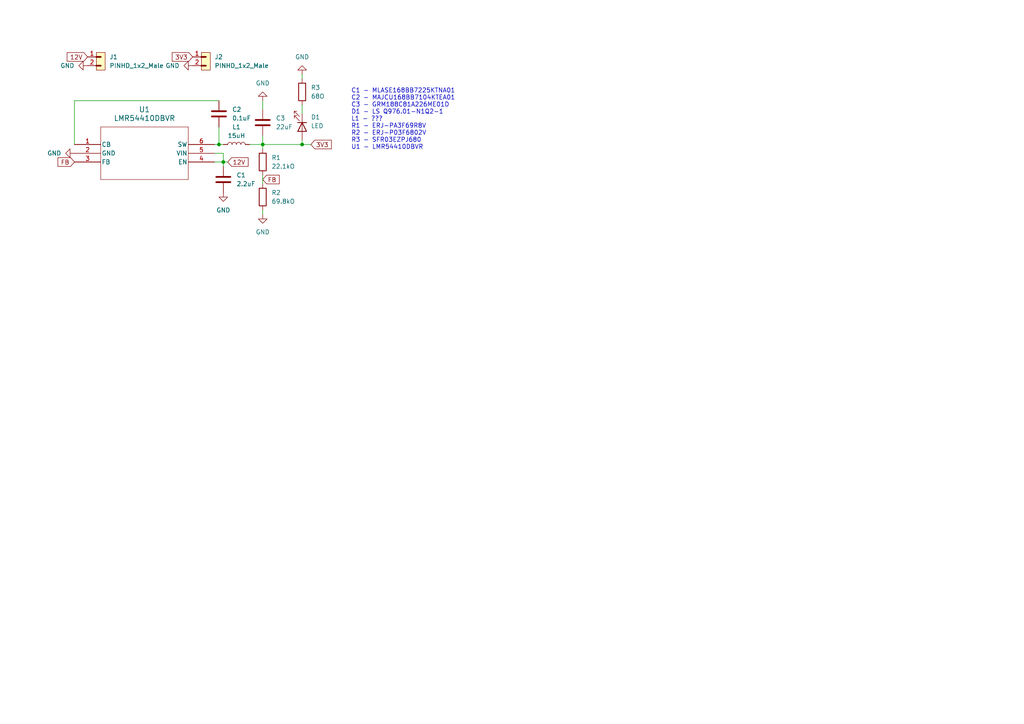
<source format=kicad_sch>
(kicad_sch (version 20250114) (generator "eeschema") (generator_version "9.0")
  (paper "A4")
  (lib_symbols
    (symbol "Device:C" (pin_numbers (hide yes)) (pin_names (offset 0.254))
      (property "Reference" "C" (at 0.635 2.54 0))
      (property "Value" "C" (at 0.635 -2.54 0))
      (symbol "C_0_1"
        (polyline (pts (xy -2.032 0.762) (xy 2.032 0.762)) (stroke (width 0.508)))
        (polyline (pts (xy -2.032 -0.762) (xy 2.032 -0.762)) (stroke (width 0.508)))
      )
      (symbol "C_1_1"
        (pin passive line (at 0 3.81 270) (length 2.794) (name "~") (number "1"))
        (pin passive line (at 0 -3.81 90) (length 2.794) (name "~") (number "2"))
      )
    )
    (symbol "Device:L" (pin_numbers (hide yes)) (pin_names (offset 1.016) (hide yes))
      (property "Reference" "L" (at -1.27 0 90))
      (property "Value" "L" (at 1.905 0 90))
      (symbol "L_0_1"
        (arc (start 0 2.54) (mid 0.6323 1.905) (end 0 1.27))
        (arc (start 0 1.27) (mid 0.6323 0.635) (end 0 0))
        (arc (start 0 0) (mid 0.6323 -0.635) (end 0 -1.27))
        (arc (start 0 -1.27) (mid 0.6323 -1.905) (end 0 -2.54))
      )
      (symbol "L_1_1"
        (pin passive line (at 0 3.81 270) (length 1.27) (name "1") (number "1"))
        (pin passive line (at 0 -3.81 90) (length 1.27) (name "2") (number "2"))
      )
    )
    (symbol "Device:LED" (pin_numbers (hide yes)) (pin_names (offset 1.016) (hide yes))
      (property "Reference" "D" (at 0 2.54 0))
      (property "Value" "LED" (at 0 -2.54 0))
      (symbol "LED_0_1"
        (polyline (pts (xy -3.048 -0.762) (xy -4.572 -2.286) (xy -3.81 -2.286) (xy -4.572 -2.286) (xy -4.572 -1.524)))
        (polyline (pts (xy -1.778 -0.762) (xy -3.302 -2.286) (xy -2.54 -2.286) (xy -3.302 -2.286) (xy -3.302 -1.524)))
        (polyline (pts (xy -1.27 0) (xy 1.27 0)))
        (polyline (pts (xy -1.27 -1.27) (xy -1.27 1.27)) (stroke (width 0.254)))
        (polyline (pts (xy 1.27 -1.27) (xy 1.27 1.27) (xy -1.27 0) (xy 1.27 -1.27)) (stroke (width 0.254)))
      )
      (symbol "LED_1_1"
        (pin passive line (at -3.81 0 0) (length 2.54) (name "K") (number "1"))
        (pin passive line (at 3.81 0 180) (length 2.54) (name "A") (number "2"))
      )
    )
    (symbol "Device:R" (pin_numbers (hide yes)) (pin_names (offset 0))
      (property "Reference" "R" (at 2.032 0 90))
      (property "Value" "R" (at 0 0 90))
      (symbol "R_0_1"
        (rectangle (start -1.016 -2.54) (end 1.016 2.54) (stroke (width 0.254)))
      )
      (symbol "R_1_1"
        (pin passive line (at 0 3.81 270) (length 1.27) (name "~") (number "1"))
        (pin passive line (at 0 -3.81 90) (length 1.27) (name "~") (number "2"))
      )
    )
    (symbol "LMR54410DBVR:LMR54410DBVR" (pin_names (offset 0.254))
      (property "Reference" "U" (at 20.32 10.16 0))
      (property "Value" "LMR54410DBVR" (at 20.32 7.62 0))
      (symbol "LMR54410DBVR_0_1"
        (polyline (pts (xy 7.62 5.08) (xy 7.62 -10.16)) (stroke (width 0.127)))
        (polyline (pts (xy 7.62 -10.16) (xy 33.02 -10.16)) (stroke (width 0.127)))
        (polyline (pts (xy 33.02 5.08) (xy 7.62 5.08)) (stroke (width 0.127)))
        (polyline (pts (xy 33.02 -10.16) (xy 33.02 5.08)) (stroke (width 0.127)))
        (pin power_in line (at 0 0 0) (length 7.62) (name "CB") (number "1"))
        (pin power_out line (at 0 -2.54 0) (length 7.62) (name "GND") (number "2"))
        (pin unspecified line (at 0 -5.08 0) (length 7.62) (name "FB") (number "3"))
        (pin power_in line (at 40.64 0 180) (length 7.62) (name "SW") (number "6"))
        (pin power_in line (at 40.64 -2.54 180) (length 7.62) (name "VIN") (number "5"))
        (pin unspecified line (at 40.64 -5.08 180) (length 7.62) (name "EN") (number "4"))
      )
    )
    (symbol "PCM_SL_Pin_Headers:PINHD_1x2_Male"
      (property "Reference" "J" (at 0 6.35 0))
      (property "Value" "PINHD_1x2_Male" (at 0 3.81 0))
      (symbol "PINHD_1x2_Male_0_1"
        (rectangle (start -1.27 2.54) (end 1.27 -2.54) (fill (type background)))
        (polyline (pts (xy -1.27 1.27) (xy 0 1.27)) (stroke (width 0.3)))
        (polyline (pts (xy -1.27 1.27) (xy 0 1.27)) (stroke (width 0.5)))
        (polyline (pts (xy -1.27 -1.27) (xy 0 -1.27)) (stroke (width 0.3)))
        (polyline (pts (xy -1.27 -1.27) (xy 0 -1.27)) (stroke (width 0.5)))
      )
      (symbol "PINHD_1x2_Male_1_1"
        (pin passive line (at -3.81 1.27 0) (length 2.54) (name "") (number "1"))
        (pin passive line (at -3.81 -1.27 0) (length 2.54) (name "") (number "2"))
      )
    )
    (symbol "power:GND" (power) (pin_numbers (hide yes)) (pin_names (offset 0) (hide yes))
      (property "Value" "GND" (at 0 -3.81 0))
      (symbol "GND_0_1"
        (polyline (pts (xy 0 0) (xy 0 -1.27) (xy 1.27 -1.27) (xy 0 -2.54) (xy -1.27 -1.27) (xy 0 -1.27)))
      )
      (symbol "GND_1_1"
        (pin power_in line (at 0 0 270) (length 0) (name "~") (number "1"))
      )
    )
  )
  (text "C1 - MLASE168BB7225KTNA01\nC2 - MAJCU168BB7104KTEA01\nC3 - GRM188C81A226ME01D\nD1 - LS Q976.01-N1Q2-1\nL1 - ???\nR1 - ERJ-PA3F69R8V\nR2 - ERJ-P03F6802V\nR3 - SFR03EZPJ680\nU1 - LMR54410DBVR" (at 101.854 25.654 0) (effects (font (size 1.27 1.27)) (justify left top)))
  (junction (at 76.2 41.91))
  (junction (at 64.77 46.99))
  (junction (at 87.63 41.91))
  (junction (at 63.5 41.91))
  (wire (pts (xy 64.77 46.99) (xy 64.77 48.26)))
  (wire (pts (xy 62.23 46.99) (xy 64.77 46.99)))
  (wire (pts (xy 64.77 46.99) (xy 66.04 46.99)))
  (wire (pts (xy 87.63 21.59) (xy 87.63 22.86)))
  (wire (pts (xy 87.63 41.91) (xy 76.2 41.91)))
  (wire (pts (xy 76.2 39.37) (xy 76.2 41.91)))
  (wire (pts (xy 87.63 30.48) (xy 87.63 33.02)))
  (wire (pts (xy 90.17 41.91) (xy 87.63 41.91)))
  (wire (pts (xy 62.23 44.45) (xy 64.77 44.45)))
  (wire (pts (xy 76.2 41.91) (xy 76.2 43.18)))
  (wire (pts (xy 63.5 29.21) (xy 21.59 29.21)))
  (wire (pts (xy 76.2 50.8) (xy 76.2 53.34)))
  (wire (pts (xy 62.23 41.91) (xy 63.5 41.91)))
  (wire (pts (xy 76.2 60.96) (xy 76.2 62.23)))
  (wire (pts (xy 87.63 40.64) (xy 87.63 41.91)))
  (wire (pts (xy 64.77 44.45) (xy 64.77 46.99)))
  (wire (pts (xy 72.39 41.91) (xy 76.2 41.91)))
  (wire (pts (xy 76.2 29.21) (xy 76.2 31.75)))
  (wire (pts (xy 63.5 36.83) (xy 63.5 41.91)))
  (wire (pts (xy 21.59 29.21) (xy 21.59 41.91)))
  (wire (pts (xy 63.5 41.91) (xy 64.77 41.91)))
  (global_label "FB" (shape input) (at 76.2 52.07 0) (property "Intersheetrefs" "${INTERSHEET_REFS}" (effects (hide yes))))
  (global_label "FB" (shape input) (at 21.59 46.99 180) (property "Intersheetrefs" "${INTERSHEET_REFS}" (effects (hide yes))))
  (global_label "3V3" (shape input) (at 55.88 16.51 180) (property "Intersheetrefs" "${INTERSHEET_REFS}" (effects (hide yes))))
  (global_label "12V" (shape input) (at 66.04 46.99 0) (property "Intersheetrefs" "${INTERSHEET_REFS}" (effects (hide yes))))
  (global_label "3V3" (shape input) (at 90.17 41.91 0) (property "Intersheetrefs" "${INTERSHEET_REFS}" (effects (hide yes))))
  (global_label "12V" (shape input) (at 25.4 16.51 180) (property "Intersheetrefs" "${INTERSHEET_REFS}" (effects (hide yes))))
  (symbol (lib_id "Device:C") (at 63.5 33.02 0) (unit 1)
    (property "Reference" "C2" (at 67.31 31.7499 0) (effects (justify left)))
    (property "Value" "0.1uF" (at 67.31 34.2899 0) (effects (justify left)))
    (property "Footprint" "Capacitor_SMD:C_0603_1608Metric_Pad1.08x0.95mm_HandSolder" (effects (hide yes)))
    (property "Description" "Unpolarized capacitor" (effects (hide yes)))
  )
  (symbol (lib_id "power:GND") (at 76.2 62.23 0) (unit 1)
    (property "Reference" "#PWR04" (effects (hide yes)))
    (property "Value" "GND" (at 76.2 67.31 0))
    (property "Description" "Power symbol creates a global label with name \"GND\" , ground" (effects (hide yes)))
  )
  (symbol (lib_id "power:GND") (at 55.88 19.05 270) (unit 1)
    (property "Reference" "#PWR06" (effects (hide yes)))
    (property "Value" "GND" (at 52.07 19.0499 90) (effects (justify right)))
    (property "Description" "Power symbol creates a global label with name \"GND\" , ground" (effects (hide yes)))
  )
  (symbol (lib_id "Device:R") (at 87.63 26.67 0) (unit 1)
    (property "Reference" "R3" (at 90.17 25.3999 0) (effects (justify left)))
    (property "Value" "68O" (at 90.17 27.9399 0) (effects (justify left)))
    (property "Footprint" "Resistor_SMD:R_1206_3216Metric_Pad1.30x1.75mm_HandSolder" (effects (hide yes)))
    (property "Description" "Resistor" (effects (hide yes)))
  )
  (symbol (lib_id "PCM_SL_Pin_Headers:PINHD_1x2_Male") (at 29.21 17.78 0) (unit 1)
    (property "Reference" "J1" (at 31.75 16.5099 0) (effects (justify left)))
    (property "Value" "PINHD_1x2_Male" (at 31.75 19.0499 0) (effects (justify left)))
    (property "Footprint" "Connector_PinHeader_2.54mm:PinHeader_1x02_P2.54mm_Vertical" (effects (hide yes)))
    (property "Description" "Pin Header male with pin space 2.54mm. Pin Count -2" (effects (hide yes)))
  )
  (symbol (lib_id "power:GND") (at 64.77 55.88 0) (unit 1)
    (property "Reference" "#PWR03" (effects (hide yes)))
    (property "Value" "GND" (at 64.77 60.96 0))
    (property "Description" "Power symbol creates a global label with name \"GND\" , ground" (effects (hide yes)))
  )
  (symbol (lib_id "power:GND") (at 87.63 21.59 180) (unit 1)
    (property "Reference" "#PWR07" (effects (hide yes)))
    (property "Value" "GND" (at 87.63 16.51 0))
    (property "Description" "Power symbol creates a global label with name \"GND\" , ground" (effects (hide yes)))
  )
  (symbol (lib_id "LMR54410DBVR:LMR54410DBVR") (at 21.59 41.91 0) (unit 1)
    (property "Reference" "U1" (at 41.91 31.75 0) (effects (font (size 1.524 1.524))))
    (property "Value" "LMR54410DBVR" (at 41.91 34.29 0) (effects (font (size 1.524 1.524))))
    (property "Footprint" "SOT-23-6-DBV_TEX" (effects (hide yes)))
    (property "Datasheet" "https://www.ti.com/lit/gpn/lmr54410" (effects (hide yes)))
  )
  (symbol (lib_id "Device:C") (at 64.77 52.07 0) (unit 1)
    (property "Reference" "C1" (at 68.58 50.7999 0) (effects (justify left)))
    (property "Value" "2.2uF" (at 68.58 53.3399 0) (effects (justify left)))
    (property "Footprint" "Capacitor_SMD:C_0603_1608Metric_Pad1.08x0.95mm_HandSolder" (effects (hide yes)))
    (property "Description" "Unpolarized capacitor" (effects (hide yes)))
  )
  (symbol (lib_id "Device:R") (at 76.2 46.99 0) (unit 1)
    (property "Reference" "R1" (at 78.74 45.7199 0) (effects (justify left)))
    (property "Value" "22.1kO" (at 78.74 48.2599 0) (effects (justify left)))
    (property "Footprint" "Resistor_SMD:R_1206_3216Metric_Pad1.30x1.75mm_HandSolder" (effects (hide yes)))
    (property "Description" "Resistor" (effects (hide yes)))
  )
  (symbol (lib_id "PCM_SL_Pin_Headers:PINHD_1x2_Male") (at 59.69 17.78 0) (unit 1)
    (property "Reference" "J2" (at 62.23 16.5099 0) (effects (justify left)))
    (property "Value" "PINHD_1x2_Male" (at 62.23 19.0499 0) (effects (justify left)))
    (property "Footprint" "Connector_PinHeader_2.54mm:PinHeader_1x02_P2.54mm_Vertical" (effects (hide yes)))
    (property "Description" "Pin Header male with pin space 2.54mm. Pin Count -2" (effects (hide yes)))
  )
  (symbol (lib_id "Device:L") (at 68.58 41.91 90) (unit 1)
    (property "Reference" "L1" (at 68.58 36.83 90))
    (property "Value" "15uH" (at 68.58 39.37 90))
    (property "Description" "Inductor" (effects (hide yes)))
  )
  (symbol (lib_id "power:GND") (at 25.4 19.05 270) (unit 1)
    (property "Reference" "#PWR02" (effects (hide yes)))
    (property "Value" "GND" (at 21.59 19.0499 90) (effects (justify right)))
    (property "Description" "Power symbol creates a global label with name \"GND\" , ground" (effects (hide yes)))
  )
  (symbol (lib_id "power:GND") (at 76.2 29.21 180) (unit 1)
    (property "Reference" "#PWR05" (effects (hide yes)))
    (property "Value" "GND" (at 76.2 24.13 0))
    (property "Description" "Power symbol creates a global label with name \"GND\" , ground" (effects (hide yes)))
  )
  (symbol (lib_id "Device:LED") (at 87.63 36.83 270) (unit 1)
    (property "Reference" "D1" (at 90.17 33.9724 90) (effects (justify left)))
    (property "Value" "LED" (at 90.17 36.5124 90) (effects (justify left)))
    (property "Footprint" "LED_SMD:LED_0603_1608Metric_Pad1.05x0.95mm_HandSolder" (effects (hide yes)))
    (property "Description" "Light emitting diode" (effects (hide yes)))
  )
  (symbol (lib_id "Device:R") (at 76.2 57.15 0) (unit 1)
    (property "Reference" "R2" (at 78.74 55.8799 0) (effects (justify left)))
    (property "Value" "69.8kO" (at 78.74 58.4199 0) (effects (justify left)))
    (property "Footprint" "Resistor_SMD:R_1206_3216Metric_Pad1.30x1.75mm_HandSolder" (effects (hide yes)))
    (property "Description" "Resistor" (effects (hide yes)))
  )
  (symbol (lib_id "Device:C") (at 76.2 35.56 0) (unit 1)
    (property "Reference" "C3" (at 80.01 34.2899 0) (effects (justify left)))
    (property "Value" "22uF" (at 80.01 36.8299 0) (effects (justify left)))
    (property "Footprint" "Capacitor_SMD:C_0603_1608Metric_Pad1.08x0.95mm_HandSolder" (effects (hide yes)))
    (property "Description" "Unpolarized capacitor" (effects (hide yes)))
  )
  (symbol (lib_id "power:GND") (at 21.59 44.45 270) (unit 1)
    (property "Reference" "#PWR01" (effects (hide yes)))
    (property "Value" "GND" (at 17.78 44.4499 90) (effects (justify right)))
    (property "Description" "Power symbol creates a global label with name \"GND\" , ground" (effects (hide yes)))
  )
)
</source>
